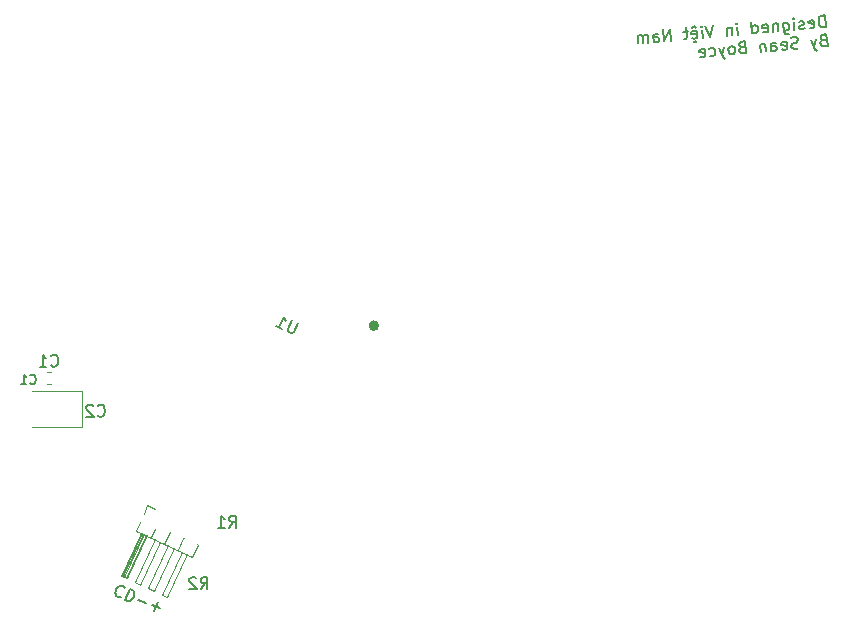
<source format=gbr>
%TF.GenerationSoftware,KiCad,Pcbnew,7.0.10-7.0.10~ubuntu22.04.1*%
%TF.CreationDate,2025-04-20T12:02:29+07:00*%
%TF.ProjectId,catan100,63617461-6e31-4303-902e-6b696361645f,rev?*%
%TF.SameCoordinates,Original*%
%TF.FileFunction,Legend,Bot*%
%TF.FilePolarity,Positive*%
%FSLAX46Y46*%
G04 Gerber Fmt 4.6, Leading zero omitted, Abs format (unit mm)*
G04 Created by KiCad (PCBNEW 7.0.10-7.0.10~ubuntu22.04.1) date 2025-04-20 12:02:29*
%MOMM*%
%LPD*%
G01*
G04 APERTURE LIST*
%ADD10C,0.150000*%
%ADD11C,0.200000*%
%ADD12C,0.120000*%
%ADD13C,0.500000*%
G04 APERTURE END LIST*
D10*
X161653696Y-100018104D02*
X161691792Y-100056200D01*
X161691792Y-100056200D02*
X161806077Y-100094295D01*
X161806077Y-100094295D02*
X161882268Y-100094295D01*
X161882268Y-100094295D02*
X161996554Y-100056200D01*
X161996554Y-100056200D02*
X162072744Y-99980009D01*
X162072744Y-99980009D02*
X162110839Y-99903819D01*
X162110839Y-99903819D02*
X162148935Y-99751438D01*
X162148935Y-99751438D02*
X162148935Y-99637152D01*
X162148935Y-99637152D02*
X162110839Y-99484771D01*
X162110839Y-99484771D02*
X162072744Y-99408580D01*
X162072744Y-99408580D02*
X161996554Y-99332390D01*
X161996554Y-99332390D02*
X161882268Y-99294295D01*
X161882268Y-99294295D02*
X161806077Y-99294295D01*
X161806077Y-99294295D02*
X161691792Y-99332390D01*
X161691792Y-99332390D02*
X161653696Y-99370485D01*
X160891792Y-100094295D02*
X161348935Y-100094295D01*
X161120363Y-100094295D02*
X161120363Y-99294295D01*
X161120363Y-99294295D02*
X161196554Y-99408580D01*
X161196554Y-99408580D02*
X161272744Y-99484771D01*
X161272744Y-99484771D02*
X161348935Y-99522866D01*
D11*
X169360308Y-118124386D02*
X169298787Y-118151777D01*
X169298787Y-118151777D02*
X169148353Y-118145038D01*
X169148353Y-118145038D02*
X169059441Y-118110908D01*
X169059441Y-118110908D02*
X168943137Y-118015256D01*
X168943137Y-118015256D02*
X168888355Y-117892213D01*
X168888355Y-117892213D02*
X168878029Y-117786236D01*
X168878029Y-117786236D02*
X168901834Y-117591346D01*
X168901834Y-117591346D02*
X168953029Y-117457977D01*
X168953029Y-117457977D02*
X169065746Y-117297217D01*
X169065746Y-117297217D02*
X169144332Y-117225370D01*
X169144332Y-117225370D02*
X169267375Y-117170588D01*
X169267375Y-117170588D02*
X169417809Y-117177327D01*
X169417809Y-117177327D02*
X169506721Y-117211458D01*
X169506721Y-117211458D02*
X169623025Y-117307109D01*
X169623025Y-117307109D02*
X169650416Y-117368631D01*
X169726284Y-118366885D02*
X170084652Y-117433304D01*
X170084652Y-117433304D02*
X170306933Y-117518630D01*
X170306933Y-117518630D02*
X170423237Y-117614282D01*
X170423237Y-117614282D02*
X170478019Y-117737324D01*
X170478019Y-117737324D02*
X170488345Y-117843302D01*
X170488345Y-117843302D02*
X170464540Y-118038192D01*
X170464540Y-118038192D02*
X170413345Y-118171561D01*
X170413345Y-118171561D02*
X170300628Y-118332320D01*
X170300628Y-118332320D02*
X170222042Y-118404168D01*
X170222042Y-118404168D02*
X170098999Y-118458950D01*
X170098999Y-118458950D02*
X169948565Y-118452210D01*
X169948565Y-118452210D02*
X169726284Y-118366885D01*
X170796386Y-118369603D02*
X171507685Y-118642645D01*
X171952247Y-118813297D02*
X172663546Y-119086339D01*
X172171375Y-119305467D02*
X172444418Y-118594168D01*
D10*
X229027235Y-69872993D02*
X228940079Y-68876798D01*
X228940079Y-68876798D02*
X228702890Y-68897550D01*
X228702890Y-68897550D02*
X228564727Y-68957439D01*
X228564727Y-68957439D02*
X228478151Y-69060615D01*
X228478151Y-69060615D02*
X228439014Y-69159641D01*
X228439014Y-69159641D02*
X228408177Y-69353542D01*
X228408177Y-69353542D02*
X228420628Y-69495856D01*
X228420628Y-69495856D02*
X228484667Y-69681457D01*
X228484667Y-69681457D02*
X228540406Y-69772182D01*
X228540406Y-69772182D02*
X228643582Y-69858758D01*
X228643582Y-69858758D02*
X228790046Y-69893745D01*
X228790046Y-69893745D02*
X229027235Y-69872993D01*
X227647387Y-69945913D02*
X227746413Y-69985051D01*
X227746413Y-69985051D02*
X227936164Y-69968449D01*
X227936164Y-69968449D02*
X228026890Y-69912711D01*
X228026890Y-69912711D02*
X228066027Y-69813685D01*
X228066027Y-69813685D02*
X228032825Y-69434182D01*
X228032825Y-69434182D02*
X227977087Y-69343457D01*
X227977087Y-69343457D02*
X227878061Y-69304320D01*
X227878061Y-69304320D02*
X227688309Y-69320921D01*
X227688309Y-69320921D02*
X227597584Y-69376659D01*
X227597584Y-69376659D02*
X227558446Y-69475685D01*
X227558446Y-69475685D02*
X227566747Y-69570561D01*
X227566747Y-69570561D02*
X228049426Y-69623934D01*
X227220446Y-69983266D02*
X227129721Y-70039004D01*
X227129721Y-70039004D02*
X226939970Y-70055605D01*
X226939970Y-70055605D02*
X226840944Y-70016468D01*
X226840944Y-70016468D02*
X226785205Y-69925743D01*
X226785205Y-69925743D02*
X226781055Y-69878305D01*
X226781055Y-69878305D02*
X226820192Y-69779279D01*
X226820192Y-69779279D02*
X226910918Y-69723540D01*
X226910918Y-69723540D02*
X227053231Y-69711089D01*
X227053231Y-69711089D02*
X227143957Y-69655351D01*
X227143957Y-69655351D02*
X227183094Y-69556325D01*
X227183094Y-69556325D02*
X227178944Y-69508887D01*
X227178944Y-69508887D02*
X227123205Y-69418162D01*
X227123205Y-69418162D02*
X227024179Y-69379025D01*
X227024179Y-69379025D02*
X226881866Y-69391475D01*
X226881866Y-69391475D02*
X226791140Y-69447214D01*
X226370715Y-70105409D02*
X226312611Y-69441279D01*
X226283560Y-69109214D02*
X226335148Y-69152501D01*
X226335148Y-69152501D02*
X226291860Y-69204090D01*
X226291860Y-69204090D02*
X226240272Y-69160802D01*
X226240272Y-69160802D02*
X226283560Y-69109214D01*
X226283560Y-69109214D02*
X226291860Y-69204090D01*
X225411293Y-69520134D02*
X225481848Y-70326577D01*
X225481848Y-70326577D02*
X225537586Y-70417303D01*
X225537586Y-70417303D02*
X225589174Y-70460590D01*
X225589174Y-70460590D02*
X225688200Y-70499727D01*
X225688200Y-70499727D02*
X225830514Y-70487277D01*
X225830514Y-70487277D02*
X225921239Y-70431538D01*
X225465246Y-70136826D02*
X225564272Y-70175963D01*
X225564272Y-70175963D02*
X225754024Y-70159362D01*
X225754024Y-70159362D02*
X225844749Y-70103624D01*
X225844749Y-70103624D02*
X225888037Y-70052036D01*
X225888037Y-70052036D02*
X225927174Y-69953010D01*
X225927174Y-69953010D02*
X225902272Y-69668383D01*
X225902272Y-69668383D02*
X225846534Y-69577657D01*
X225846534Y-69577657D02*
X225794946Y-69534370D01*
X225794946Y-69534370D02*
X225695920Y-69495232D01*
X225695920Y-69495232D02*
X225506169Y-69511833D01*
X225506169Y-69511833D02*
X225415443Y-69567572D01*
X224936914Y-69561637D02*
X224995018Y-70225766D01*
X224945215Y-69656512D02*
X224893627Y-69613225D01*
X224893627Y-69613225D02*
X224794601Y-69574087D01*
X224794601Y-69574087D02*
X224652287Y-69586538D01*
X224652287Y-69586538D02*
X224561562Y-69642277D01*
X224561562Y-69642277D02*
X224522425Y-69741303D01*
X224522425Y-69741303D02*
X224568078Y-70263119D01*
X223710046Y-70290386D02*
X223809072Y-70329523D01*
X223809072Y-70329523D02*
X223998823Y-70312922D01*
X223998823Y-70312922D02*
X224089549Y-70257184D01*
X224089549Y-70257184D02*
X224128686Y-70158158D01*
X224128686Y-70158158D02*
X224095484Y-69778655D01*
X224095484Y-69778655D02*
X224039746Y-69687930D01*
X224039746Y-69687930D02*
X223940720Y-69648792D01*
X223940720Y-69648792D02*
X223750968Y-69665393D01*
X223750968Y-69665393D02*
X223660243Y-69721132D01*
X223660243Y-69721132D02*
X223621106Y-69820158D01*
X223621106Y-69820158D02*
X223629406Y-69915033D01*
X223629406Y-69915033D02*
X224112085Y-69968406D01*
X222812877Y-70416679D02*
X222725721Y-69420484D01*
X222808727Y-70369241D02*
X222907753Y-70408378D01*
X222907753Y-70408378D02*
X223097504Y-70391777D01*
X223097504Y-70391777D02*
X223188230Y-70336039D01*
X223188230Y-70336039D02*
X223231517Y-70284451D01*
X223231517Y-70284451D02*
X223270655Y-70185425D01*
X223270655Y-70185425D02*
X223245753Y-69900798D01*
X223245753Y-69900798D02*
X223190015Y-69810072D01*
X223190015Y-69810072D02*
X223138426Y-69766785D01*
X223138426Y-69766785D02*
X223039400Y-69727648D01*
X223039400Y-69727648D02*
X222849649Y-69744249D01*
X222849649Y-69744249D02*
X222758924Y-69799987D01*
X221579493Y-70524586D02*
X221521389Y-69860456D01*
X221492337Y-69528391D02*
X221543925Y-69571679D01*
X221543925Y-69571679D02*
X221500638Y-69623267D01*
X221500638Y-69623267D02*
X221449050Y-69579980D01*
X221449050Y-69579980D02*
X221492337Y-69528391D01*
X221492337Y-69528391D02*
X221500638Y-69623267D01*
X221047011Y-69901959D02*
X221105115Y-70566089D01*
X221055312Y-69996835D02*
X221003724Y-69953547D01*
X221003724Y-69953547D02*
X220904698Y-69914410D01*
X220904698Y-69914410D02*
X220762384Y-69926861D01*
X220762384Y-69926861D02*
X220671659Y-69982599D01*
X220671659Y-69982599D02*
X220632521Y-70081625D01*
X220632521Y-70081625D02*
X220678174Y-70603441D01*
X219499948Y-69702703D02*
X219255039Y-70727950D01*
X219255039Y-70727950D02*
X218835818Y-69760807D01*
X218590909Y-70786053D02*
X218532805Y-70121924D01*
X218503753Y-69789859D02*
X218555341Y-69833146D01*
X218555341Y-69833146D02*
X218512054Y-69884734D01*
X218512054Y-69884734D02*
X218460466Y-69841447D01*
X218460466Y-69841447D02*
X218503753Y-69789859D01*
X218503753Y-69789859D02*
X218512054Y-69884734D01*
X217732878Y-70813320D02*
X217831904Y-70852458D01*
X217831904Y-70852458D02*
X218021655Y-70835857D01*
X218021655Y-70835857D02*
X218112381Y-70780118D01*
X218112381Y-70780118D02*
X218151518Y-70681092D01*
X218151518Y-70681092D02*
X218118316Y-70301590D01*
X218118316Y-70301590D02*
X218062577Y-70210864D01*
X218062577Y-70210864D02*
X217963551Y-70171727D01*
X217963551Y-70171727D02*
X217773800Y-70188328D01*
X217773800Y-70188328D02*
X217683075Y-70244066D01*
X217683075Y-70244066D02*
X217643937Y-70343092D01*
X217643937Y-70343092D02*
X217652238Y-70437968D01*
X217652238Y-70437968D02*
X218134917Y-70491341D01*
X218037676Y-69926237D02*
X217835474Y-69800525D01*
X217835474Y-69800525D02*
X217658173Y-69959439D01*
X217955831Y-71176222D02*
X217904243Y-71132934D01*
X217904243Y-71132934D02*
X217947531Y-71081346D01*
X217947531Y-71081346D02*
X217999119Y-71124634D01*
X217999119Y-71124634D02*
X217955831Y-71176222D01*
X217955831Y-71176222D02*
X217947531Y-71081346D01*
X217346859Y-70225680D02*
X216967357Y-70258883D01*
X217175494Y-69906066D02*
X217250199Y-70759947D01*
X217250199Y-70759947D02*
X217211061Y-70858973D01*
X217211061Y-70858973D02*
X217120336Y-70914712D01*
X217120336Y-70914712D02*
X217025460Y-70923012D01*
X215934389Y-71018469D02*
X215847234Y-70022274D01*
X215847234Y-70022274D02*
X215365135Y-71068272D01*
X215365135Y-71068272D02*
X215277979Y-70072077D01*
X214463816Y-71147127D02*
X214418163Y-70625311D01*
X214418163Y-70625311D02*
X214457301Y-70526285D01*
X214457301Y-70526285D02*
X214548026Y-70470547D01*
X214548026Y-70470547D02*
X214737777Y-70453945D01*
X214737777Y-70453945D02*
X214836803Y-70493083D01*
X214459666Y-71099689D02*
X214558692Y-71138827D01*
X214558692Y-71138827D02*
X214795881Y-71118075D01*
X214795881Y-71118075D02*
X214886607Y-71062337D01*
X214886607Y-71062337D02*
X214925744Y-70963311D01*
X214925744Y-70963311D02*
X214917443Y-70868435D01*
X214917443Y-70868435D02*
X214861705Y-70777710D01*
X214861705Y-70777710D02*
X214762679Y-70738573D01*
X214762679Y-70738573D02*
X214525490Y-70759324D01*
X214525490Y-70759324D02*
X214426464Y-70720187D01*
X213989438Y-71188630D02*
X213931334Y-70524500D01*
X213939634Y-70619376D02*
X213888046Y-70576088D01*
X213888046Y-70576088D02*
X213789020Y-70536951D01*
X213789020Y-70536951D02*
X213646707Y-70549402D01*
X213646707Y-70549402D02*
X213555981Y-70605140D01*
X213555981Y-70605140D02*
X213516844Y-70704166D01*
X213516844Y-70704166D02*
X213562497Y-71225982D01*
X213516844Y-70704166D02*
X213461106Y-70613441D01*
X213461106Y-70613441D02*
X213362080Y-70574303D01*
X213362080Y-70574303D02*
X213219766Y-70586754D01*
X213219766Y-70586754D02*
X213129041Y-70642493D01*
X213129041Y-70642493D02*
X213089904Y-70741519D01*
X213089904Y-70741519D02*
X213135557Y-71263335D01*
X228789838Y-70984102D02*
X228651675Y-71043990D01*
X228651675Y-71043990D02*
X228608387Y-71095579D01*
X228608387Y-71095579D02*
X228569250Y-71194605D01*
X228569250Y-71194605D02*
X228581701Y-71336918D01*
X228581701Y-71336918D02*
X228637439Y-71427643D01*
X228637439Y-71427643D02*
X228689027Y-71470931D01*
X228689027Y-71470931D02*
X228788053Y-71510068D01*
X228788053Y-71510068D02*
X229167556Y-71476866D01*
X229167556Y-71476866D02*
X229080400Y-70480671D01*
X229080400Y-70480671D02*
X228748335Y-70509723D01*
X228748335Y-70509723D02*
X228657610Y-70565462D01*
X228657610Y-70565462D02*
X228614322Y-70617050D01*
X228614322Y-70617050D02*
X228575185Y-70716076D01*
X228575185Y-70716076D02*
X228583485Y-70810952D01*
X228583485Y-70810952D02*
X228639224Y-70901677D01*
X228639224Y-70901677D02*
X228690812Y-70944965D01*
X228690812Y-70944965D02*
X228789838Y-70984102D01*
X228789838Y-70984102D02*
X229121903Y-70955050D01*
X228208133Y-70891592D02*
X228029048Y-71576473D01*
X227733755Y-70933094D02*
X228029048Y-71576473D01*
X228029048Y-71576473D02*
X228144675Y-71805361D01*
X228144675Y-71805361D02*
X228196263Y-71848649D01*
X228196263Y-71848649D02*
X228295289Y-71887786D01*
X226696637Y-71645243D02*
X226558474Y-71705131D01*
X226558474Y-71705131D02*
X226321285Y-71725883D01*
X226321285Y-71725883D02*
X226222259Y-71686745D01*
X226222259Y-71686745D02*
X226170671Y-71643458D01*
X226170671Y-71643458D02*
X226114932Y-71552732D01*
X226114932Y-71552732D02*
X226106632Y-71457857D01*
X226106632Y-71457857D02*
X226145769Y-71358831D01*
X226145769Y-71358831D02*
X226189057Y-71307243D01*
X226189057Y-71307243D02*
X226279782Y-71251504D01*
X226279782Y-71251504D02*
X226465383Y-71187465D01*
X226465383Y-71187465D02*
X226556109Y-71131727D01*
X226556109Y-71131727D02*
X226599396Y-71080139D01*
X226599396Y-71080139D02*
X226638533Y-70981113D01*
X226638533Y-70981113D02*
X226630233Y-70886237D01*
X226630233Y-70886237D02*
X226574494Y-70795512D01*
X226574494Y-70795512D02*
X226522906Y-70752224D01*
X226522906Y-70752224D02*
X226423880Y-70713087D01*
X226423880Y-70713087D02*
X226186691Y-70733838D01*
X226186691Y-70733838D02*
X226048528Y-70793727D01*
X225320940Y-71765601D02*
X225419966Y-71804738D01*
X225419966Y-71804738D02*
X225609717Y-71788137D01*
X225609717Y-71788137D02*
X225700442Y-71732398D01*
X225700442Y-71732398D02*
X225739580Y-71633372D01*
X225739580Y-71633372D02*
X225706378Y-71253870D01*
X225706378Y-71253870D02*
X225650639Y-71163144D01*
X225650639Y-71163144D02*
X225551613Y-71124007D01*
X225551613Y-71124007D02*
X225361862Y-71140608D01*
X225361862Y-71140608D02*
X225271136Y-71196346D01*
X225271136Y-71196346D02*
X225231999Y-71295372D01*
X225231999Y-71295372D02*
X225240300Y-71390248D01*
X225240300Y-71390248D02*
X225722979Y-71443621D01*
X224423771Y-71891894D02*
X224378118Y-71370077D01*
X224378118Y-71370077D02*
X224417255Y-71271051D01*
X224417255Y-71271051D02*
X224507981Y-71215313D01*
X224507981Y-71215313D02*
X224697732Y-71198712D01*
X224697732Y-71198712D02*
X224796758Y-71237849D01*
X224419621Y-71844456D02*
X224518647Y-71883593D01*
X224518647Y-71883593D02*
X224755836Y-71862842D01*
X224755836Y-71862842D02*
X224846561Y-71807103D01*
X224846561Y-71807103D02*
X224885698Y-71708077D01*
X224885698Y-71708077D02*
X224877398Y-71613202D01*
X224877398Y-71613202D02*
X224821660Y-71522476D01*
X224821660Y-71522476D02*
X224722634Y-71483339D01*
X224722634Y-71483339D02*
X224485444Y-71504090D01*
X224485444Y-71504090D02*
X224386418Y-71464953D01*
X223891288Y-71269267D02*
X223949392Y-71933396D01*
X223899589Y-71364142D02*
X223848001Y-71320855D01*
X223848001Y-71320855D02*
X223748975Y-71281717D01*
X223748975Y-71281717D02*
X223606661Y-71294168D01*
X223606661Y-71294168D02*
X223515936Y-71349907D01*
X223515936Y-71349907D02*
X223476799Y-71448933D01*
X223476799Y-71448933D02*
X223522452Y-71970749D01*
X221911350Y-71585892D02*
X221773186Y-71645780D01*
X221773186Y-71645780D02*
X221729899Y-71697368D01*
X221729899Y-71697368D02*
X221690761Y-71796394D01*
X221690761Y-71796394D02*
X221703212Y-71938708D01*
X221703212Y-71938708D02*
X221758951Y-72029433D01*
X221758951Y-72029433D02*
X221810539Y-72072721D01*
X221810539Y-72072721D02*
X221909565Y-72111858D01*
X221909565Y-72111858D02*
X222289067Y-72078656D01*
X222289067Y-72078656D02*
X222201912Y-71082461D01*
X222201912Y-71082461D02*
X221869847Y-71111513D01*
X221869847Y-71111513D02*
X221779121Y-71167252D01*
X221779121Y-71167252D02*
X221735834Y-71218840D01*
X221735834Y-71218840D02*
X221696697Y-71317866D01*
X221696697Y-71317866D02*
X221704997Y-71412741D01*
X221704997Y-71412741D02*
X221760736Y-71503467D01*
X221760736Y-71503467D02*
X221812324Y-71546754D01*
X221812324Y-71546754D02*
X221911350Y-71585892D01*
X221911350Y-71585892D02*
X222243414Y-71556840D01*
X221150559Y-72178262D02*
X221241285Y-72122524D01*
X221241285Y-72122524D02*
X221284572Y-72070936D01*
X221284572Y-72070936D02*
X221323710Y-71971910D01*
X221323710Y-71971910D02*
X221298808Y-71687283D01*
X221298808Y-71687283D02*
X221243070Y-71596558D01*
X221243070Y-71596558D02*
X221191481Y-71553270D01*
X221191481Y-71553270D02*
X221092455Y-71514133D01*
X221092455Y-71514133D02*
X220950142Y-71526584D01*
X220950142Y-71526584D02*
X220859417Y-71582322D01*
X220859417Y-71582322D02*
X220816129Y-71633910D01*
X220816129Y-71633910D02*
X220776992Y-71732936D01*
X220776992Y-71732936D02*
X220801893Y-72017563D01*
X220801893Y-72017563D02*
X220857632Y-72108288D01*
X220857632Y-72108288D02*
X220909220Y-72151576D01*
X220909220Y-72151576D02*
X221008246Y-72190713D01*
X221008246Y-72190713D02*
X221150559Y-72178262D01*
X220428326Y-71572237D02*
X220249240Y-72257118D01*
X219953947Y-71613739D02*
X220249240Y-72257118D01*
X220249240Y-72257118D02*
X220364867Y-72486006D01*
X220364867Y-72486006D02*
X220416455Y-72529294D01*
X220416455Y-72529294D02*
X220515481Y-72568431D01*
X219201457Y-72300986D02*
X219300483Y-72340123D01*
X219300483Y-72340123D02*
X219490234Y-72323522D01*
X219490234Y-72323522D02*
X219580960Y-72267784D01*
X219580960Y-72267784D02*
X219624247Y-72216196D01*
X219624247Y-72216196D02*
X219663385Y-72117170D01*
X219663385Y-72117170D02*
X219638483Y-71832543D01*
X219638483Y-71832543D02*
X219582745Y-71741817D01*
X219582745Y-71741817D02*
X219531157Y-71698530D01*
X219531157Y-71698530D02*
X219432131Y-71659392D01*
X219432131Y-71659392D02*
X219242379Y-71675993D01*
X219242379Y-71675993D02*
X219151654Y-71731732D01*
X218395014Y-72371541D02*
X218494040Y-72410678D01*
X218494040Y-72410678D02*
X218683791Y-72394077D01*
X218683791Y-72394077D02*
X218774516Y-72338338D01*
X218774516Y-72338338D02*
X218813654Y-72239312D01*
X218813654Y-72239312D02*
X218780451Y-71859810D01*
X218780451Y-71859810D02*
X218724713Y-71769084D01*
X218724713Y-71769084D02*
X218625687Y-71729947D01*
X218625687Y-71729947D02*
X218435936Y-71746548D01*
X218435936Y-71746548D02*
X218345210Y-71802286D01*
X218345210Y-71802286D02*
X218306073Y-71901312D01*
X218306073Y-71901312D02*
X218314374Y-71996188D01*
X218314374Y-71996188D02*
X218797053Y-72049561D01*
X176091666Y-117454819D02*
X176424999Y-116978628D01*
X176663094Y-117454819D02*
X176663094Y-116454819D01*
X176663094Y-116454819D02*
X176282142Y-116454819D01*
X176282142Y-116454819D02*
X176186904Y-116502438D01*
X176186904Y-116502438D02*
X176139285Y-116550057D01*
X176139285Y-116550057D02*
X176091666Y-116645295D01*
X176091666Y-116645295D02*
X176091666Y-116788152D01*
X176091666Y-116788152D02*
X176139285Y-116883390D01*
X176139285Y-116883390D02*
X176186904Y-116931009D01*
X176186904Y-116931009D02*
X176282142Y-116978628D01*
X176282142Y-116978628D02*
X176663094Y-116978628D01*
X175710713Y-116550057D02*
X175663094Y-116502438D01*
X175663094Y-116502438D02*
X175567856Y-116454819D01*
X175567856Y-116454819D02*
X175329761Y-116454819D01*
X175329761Y-116454819D02*
X175234523Y-116502438D01*
X175234523Y-116502438D02*
X175186904Y-116550057D01*
X175186904Y-116550057D02*
X175139285Y-116645295D01*
X175139285Y-116645295D02*
X175139285Y-116740533D01*
X175139285Y-116740533D02*
X175186904Y-116883390D01*
X175186904Y-116883390D02*
X175758332Y-117454819D01*
X175758332Y-117454819D02*
X175139285Y-117454819D01*
X163421666Y-98529580D02*
X163469285Y-98577200D01*
X163469285Y-98577200D02*
X163612142Y-98624819D01*
X163612142Y-98624819D02*
X163707380Y-98624819D01*
X163707380Y-98624819D02*
X163850237Y-98577200D01*
X163850237Y-98577200D02*
X163945475Y-98481961D01*
X163945475Y-98481961D02*
X163993094Y-98386723D01*
X163993094Y-98386723D02*
X164040713Y-98196247D01*
X164040713Y-98196247D02*
X164040713Y-98053390D01*
X164040713Y-98053390D02*
X163993094Y-97862914D01*
X163993094Y-97862914D02*
X163945475Y-97767676D01*
X163945475Y-97767676D02*
X163850237Y-97672438D01*
X163850237Y-97672438D02*
X163707380Y-97624819D01*
X163707380Y-97624819D02*
X163612142Y-97624819D01*
X163612142Y-97624819D02*
X163469285Y-97672438D01*
X163469285Y-97672438D02*
X163421666Y-97720057D01*
X162469285Y-98624819D02*
X163040713Y-98624819D01*
X162754999Y-98624819D02*
X162754999Y-97624819D01*
X162754999Y-97624819D02*
X162850237Y-97767676D01*
X162850237Y-97767676D02*
X162945475Y-97862914D01*
X162945475Y-97862914D02*
X163040713Y-97910533D01*
X184343847Y-94932843D02*
X184001728Y-95666520D01*
X184001728Y-95666520D02*
X183918321Y-95732711D01*
X183918321Y-95732711D02*
X183855039Y-95755744D01*
X183855039Y-95755744D02*
X183748599Y-95758652D01*
X183748599Y-95758652D02*
X183575969Y-95678153D01*
X183575969Y-95678153D02*
X183509778Y-95594746D01*
X183509778Y-95594746D02*
X183486746Y-95531464D01*
X183486746Y-95531464D02*
X183483837Y-95425024D01*
X183483837Y-95425024D02*
X183825957Y-94691346D01*
X182497031Y-95175036D02*
X183014921Y-95416532D01*
X182755976Y-95295784D02*
X183178594Y-94389476D01*
X183178594Y-94389476D02*
X183204535Y-94559198D01*
X183204535Y-94559198D02*
X183250601Y-94685763D01*
X183250601Y-94685763D02*
X183316791Y-94769169D01*
X167366666Y-102759580D02*
X167414285Y-102807200D01*
X167414285Y-102807200D02*
X167557142Y-102854819D01*
X167557142Y-102854819D02*
X167652380Y-102854819D01*
X167652380Y-102854819D02*
X167795237Y-102807200D01*
X167795237Y-102807200D02*
X167890475Y-102711961D01*
X167890475Y-102711961D02*
X167938094Y-102616723D01*
X167938094Y-102616723D02*
X167985713Y-102426247D01*
X167985713Y-102426247D02*
X167985713Y-102283390D01*
X167985713Y-102283390D02*
X167938094Y-102092914D01*
X167938094Y-102092914D02*
X167890475Y-101997676D01*
X167890475Y-101997676D02*
X167795237Y-101902438D01*
X167795237Y-101902438D02*
X167652380Y-101854819D01*
X167652380Y-101854819D02*
X167557142Y-101854819D01*
X167557142Y-101854819D02*
X167414285Y-101902438D01*
X167414285Y-101902438D02*
X167366666Y-101950057D01*
X166985713Y-101950057D02*
X166938094Y-101902438D01*
X166938094Y-101902438D02*
X166842856Y-101854819D01*
X166842856Y-101854819D02*
X166604761Y-101854819D01*
X166604761Y-101854819D02*
X166509523Y-101902438D01*
X166509523Y-101902438D02*
X166461904Y-101950057D01*
X166461904Y-101950057D02*
X166414285Y-102045295D01*
X166414285Y-102045295D02*
X166414285Y-102140533D01*
X166414285Y-102140533D02*
X166461904Y-102283390D01*
X166461904Y-102283390D02*
X167033332Y-102854819D01*
X167033332Y-102854819D02*
X166414285Y-102854819D01*
X178516666Y-112254819D02*
X178849999Y-111778628D01*
X179088094Y-112254819D02*
X179088094Y-111254819D01*
X179088094Y-111254819D02*
X178707142Y-111254819D01*
X178707142Y-111254819D02*
X178611904Y-111302438D01*
X178611904Y-111302438D02*
X178564285Y-111350057D01*
X178564285Y-111350057D02*
X178516666Y-111445295D01*
X178516666Y-111445295D02*
X178516666Y-111588152D01*
X178516666Y-111588152D02*
X178564285Y-111683390D01*
X178564285Y-111683390D02*
X178611904Y-111731009D01*
X178611904Y-111731009D02*
X178707142Y-111778628D01*
X178707142Y-111778628D02*
X179088094Y-111778628D01*
X177564285Y-112254819D02*
X178135713Y-112254819D01*
X177849999Y-112254819D02*
X177849999Y-111254819D01*
X177849999Y-111254819D02*
X177945237Y-111397676D01*
X177945237Y-111397676D02*
X178040475Y-111492914D01*
X178040475Y-111492914D02*
X178135713Y-111540533D01*
D12*
%TO.C,J1*%
X172268157Y-110701030D02*
X171579363Y-110379840D01*
X171579363Y-110379840D02*
X171258173Y-111068634D01*
X175843932Y-113692495D02*
X175775666Y-113660662D01*
X174638542Y-113130412D02*
X174165210Y-114145477D01*
X174624655Y-113123937D02*
X174652430Y-113136888D01*
X173487531Y-112593687D02*
X173014199Y-113608752D01*
X173473644Y-112587211D02*
X173501419Y-112600163D01*
X172201283Y-112346981D02*
X171863188Y-113072027D01*
X170995893Y-111784898D02*
X170657799Y-112509944D01*
X175370599Y-114707559D02*
X175843932Y-113692495D01*
X174505075Y-114303959D02*
X172814602Y-117929190D01*
X173354064Y-113767234D02*
X171663591Y-117392465D01*
X172203053Y-113230509D02*
X170512580Y-116855740D01*
X171432692Y-112871283D02*
X169742219Y-116496514D01*
X171323935Y-112820569D02*
X169633462Y-116445800D01*
X171215178Y-112769855D02*
X169524705Y-116395086D01*
X171106421Y-112719140D02*
X169415948Y-116344372D01*
X171052042Y-112693783D02*
X169361569Y-116319015D01*
X170657799Y-112509944D02*
X175370599Y-114707559D01*
X173285882Y-118148952D02*
X174976355Y-114523720D01*
X172814602Y-117929190D02*
X173285882Y-118148952D01*
X172134871Y-117612226D02*
X173825344Y-113986995D01*
X171663591Y-117392465D02*
X172134871Y-117612226D01*
X170983860Y-117075501D02*
X172674333Y-113450270D01*
X170512580Y-116855740D02*
X170983860Y-117075501D01*
X169832849Y-116538776D02*
X171523323Y-112913545D01*
X169361569Y-116319015D02*
X169832849Y-116538776D01*
%TO.C,C1*%
X163395580Y-100110000D02*
X163114420Y-100110000D01*
X163395580Y-99090000D02*
X163114420Y-99090000D01*
D13*
%TO.C,U1*%
X190956984Y-95159576D02*
G75*
G03*
X190556982Y-95159576I-200001J0D01*
G01*
X190556982Y-95159576D02*
G75*
G03*
X190956984Y-95159576I200001J0D01*
G01*
D12*
%TO.C,C2*%
X166060000Y-103710000D02*
X161850000Y-103710000D01*
X166060000Y-100690000D02*
X166060000Y-103710000D01*
X161850000Y-100690000D02*
X166060000Y-100690000D01*
%TD*%
M02*

</source>
